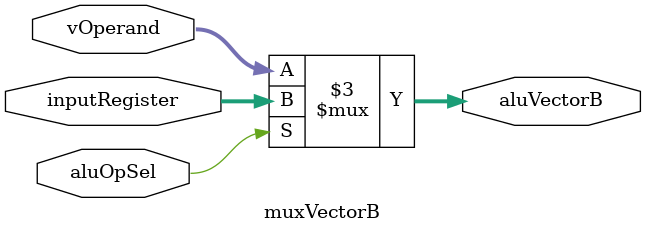
<source format=v>
module muxVectorB

#(
	// Parameter Declarations
	parameter BITS_SIZE = 64
)

(
	// Input Ports
	input [BITS_SIZE-1:0] inputRegister,
	input [BITS_SIZE-1:0] vOperand,
	input aluOpSel,
	// Output Ports
	output reg [BITS_SIZE-1:0] aluVectorB
);

	always@(*)
		begin
			if(aluOpSel)
				aluVectorB = inputRegister;
			else
				aluVectorB = vOperand;
		end	

endmodule

</source>
